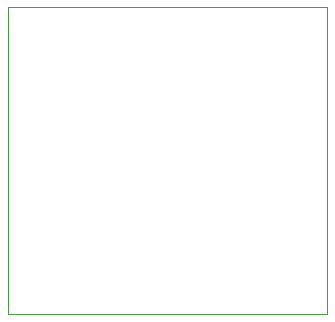
<source format=gbp>
G75*
G70*
%OFA0B0*%
%FSLAX24Y24*%
%IPPOS*%
%LPD*%
%AMOC8*
5,1,8,0,0,1.08239X$1,22.5*
%
%ADD10C,0.0000*%
D10*
X000100Y000100D02*
X010730Y000100D01*
X010730Y010336D01*
X000100Y010336D01*
X000100Y000100D01*
M02*

</source>
